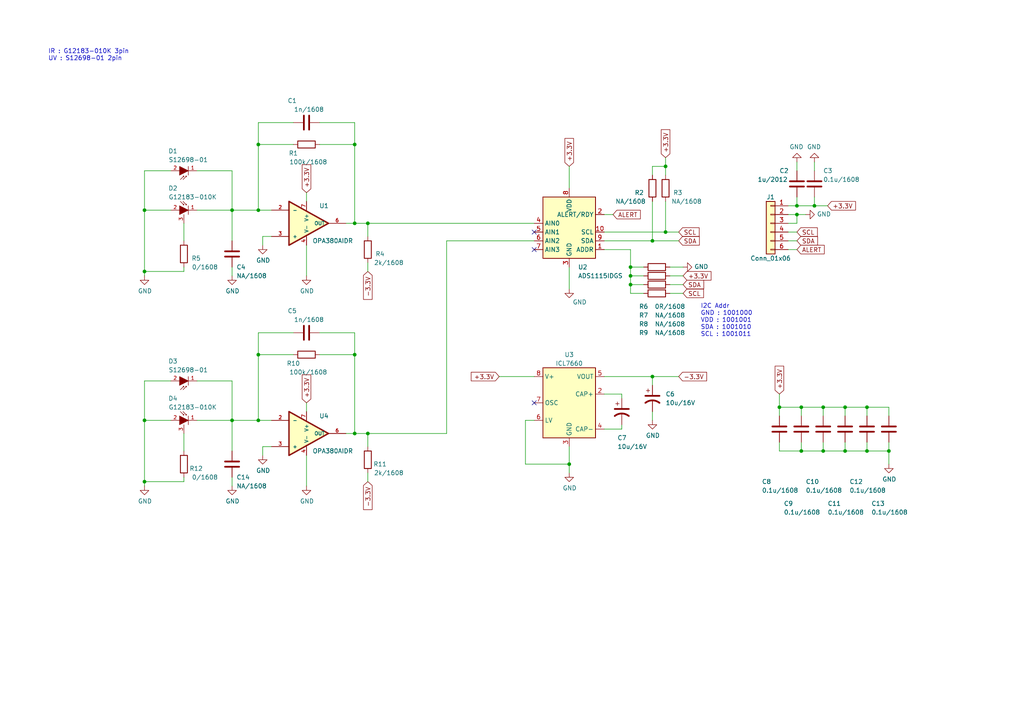
<source format=kicad_sch>
(kicad_sch (version 20230121) (generator eeschema)
  (paper "A4")
  (lib_symbols
    (symbol "Analog_ADC:ADS1115IDGS"
      (property "Reference" "U" (at 2.54 13.97 0))
      (property "Value" "ADS1115IDGS" (at 7.62 11.43 0))
      (symbol "ADS1115IDGS_0_1"
        (rectangle (start -7.62 10.16) (end 7.62 -7.62) (stroke (width 0.254)) (fill (type background)))
      )
      (symbol "ADS1115IDGS_1_1"
        (pin input line (at 10.16 -5.08 180) (length 2.54) (name "ADDR") (number "1"))
        (pin input line (at 10.16 0 180) (length 2.54) (name "SCL") (number "10"))
        (pin output line (at 10.16 5.08 180) (length 2.54) (name "ALERT/RDY") (number "2"))
        (pin power_in line (at 0 -10.16 90) (length 2.54) (name "GND") (number "3"))
        (pin input line (at -10.16 2.54 0) (length 2.54) (name "AIN0") (number "4"))
        (pin input line (at -10.16 0 0) (length 2.54) (name "AIN1") (number "5"))
        (pin input line (at -10.16 -2.54 0) (length 2.54) (name "AIN2") (number "6"))
        (pin input line (at -10.16 -5.08 0) (length 2.54) (name "AIN3") (number "7"))
        (pin power_in line (at 0 12.7 270) (length 2.54) (name "VDD") (number "8"))
        (pin bidirectional line (at 10.16 -2.54 180) (length 2.54) (name "SDA") (number "9"))
      )
    )
    (symbol "Device:C_Polarized_US" (pin_numbers hide) (pin_names (offset 0.254) hide)
      (property "Reference" "C" (at 0.635 2.54 0))
      (property "Value" "C_Polarized_US" (at 0.635 -2.54 0))
      (symbol "C_Polarized_US_0_1"
        (polyline (pts (xy -2.032 0.762) (xy 2.032 0.762)) (stroke (width 0.508)))
        (polyline (pts (xy -1.778 2.286) (xy -0.762 2.286)))
        (polyline (pts (xy -1.27 1.778) (xy -1.27 2.794)))
        (arc (start 2.032 -1.27) (mid 0 -0.5572) (end -2.032 -1.27) (stroke (width 0.508)))
      )
      (symbol "C_Polarized_US_1_1"
        (pin passive line (at 0 3.81 270) (length 2.794) (name "~") (number "1"))
        (pin passive line (at 0 -3.81 90) (length 3.302) (name "~") (number "2"))
      )
    )
    (symbol "G12183-010K_1" (pin_names hide)
      (property "Reference" "D2" (at -3.175 3.81 0))
      (property "Value" "G12183-010K" (at 2.54 1.27 0))
      (symbol "G12183-010K_1_0_1"
        (polyline (pts (xy 1.27 -1.27) (xy 1.27 -3.81)))
      )
      (symbol "G12183-010K_1_1_0"
        (pin input line (at 3.81 -2.54 180) (length 2.54) (name "A") (number "1"))
        (pin input line (at -3.81 -2.54 0) (length 2.54) (name "K") (number "2"))
        (pin input line (at 0 -6.35 90) (length 2.54) (name "GND") (number "3"))
      )
      (symbol "G12183-010K_1_1_1"
        (polyline (pts (xy -1.27 -1.27) (xy -1.27 -3.81) (xy 1.27 -2.54) (xy -1.27 -1.27)) (fill (type outline)))
        (polyline (pts (xy -1.016 0) (xy 0 -1.016) (xy -0.254 -1.016) (xy 0 -1.016) (xy 0 -0.762)))
        (polyline (pts (xy -0.254 0) (xy 0.762 -1.016) (xy 0.508 -1.016) (xy 0.762 -1.016) (xy 0.762 -0.762)))
      )
    )
    (symbol "OPA380AIDR:OPA380AIDR" (pin_names (offset 1.016))
      (property "Reference" "U6" (at 0 3.81 0))
      (property "Value" "OPA380AIDR" (at 3.81 -7.62 0))
      (symbol "OPA380AIDR_0_0"
        (pin output line (at 6.35 -1.27 180) (length 5.08) (name "OUT") (number "6"))
      )
      (symbol "OPA380AIDR_1_0"
        (pin input line (at -15.24 2.54 0) (length 5.08) (name "-") (number "2"))
        (pin input line (at -15.24 -5.08 0) (length 5.08) (name "+") (number "3"))
        (pin power_in line (at -5.08 -7.62 90) (length 2.54) (name "V-") (number "4"))
        (pin power_in line (at -5.08 5.08 270) (length 2.54) (name "V+") (number "7"))
      )
      (symbol "OPA380AIDR_1_1"
        (polyline (pts (xy -10.16 5.08) (xy -10.16 -7.62) (xy 1.27 -1.27) (xy -10.16 5.08)) (stroke (width 0.41)) (fill (type background)))
      )
    )
    (symbol "PD:G12183-010K" (pin_names hide)
      (property "Reference" "D4" (at -3.175 3.81 0))
      (property "Value" "G12183-010K" (at 2.54 1.27 0))
      (symbol "G12183-010K_0_1"
        (polyline (pts (xy 1.27 -1.27) (xy 1.27 -3.81)))
      )
      (symbol "G12183-010K_1_0"
        (pin input line (at 3.81 -2.54 180) (length 2.54) (name "A") (number "1"))
        (pin input line (at -3.81 -2.54 0) (length 2.54) (name "K") (number "2"))
        (pin input line (at 0 -6.35 90) (length 2.54) (name "GND") (number "3"))
      )
      (symbol "G12183-010K_1_1"
        (polyline (pts (xy -1.27 -1.27) (xy -1.27 -3.81) (xy 1.27 -2.54) (xy -1.27 -1.27)) (fill (type outline)))
        (polyline (pts (xy -1.016 0) (xy 0 -1.016) (xy -0.254 -1.016) (xy 0 -1.016) (xy 0 -0.762)))
        (polyline (pts (xy -0.254 0) (xy 0.762 -1.016) (xy 0.508 -1.016) (xy 0.762 -1.016) (xy 0.762 -0.762)))
      )
    )
    (symbol "PD:S12698-01" (pin_names hide)
      (property "Reference" "D3" (at -3.175 -8.255 0))
      (property "Value" "S12698-01" (at 1.27 -5.715 0))
      (symbol "S12698-01_0_1"
        (polyline (pts (xy 1.27 -1.27) (xy 1.27 -3.81)))
      )
      (symbol "S12698-01_1_0"
        (pin input line (at 3.81 -2.54 180) (length 2.54) (name "A") (number "1"))
        (pin input line (at -3.81 -2.54 0) (length 2.54) (name "K") (number "2"))
      )
      (symbol "S12698-01_1_1"
        (polyline (pts (xy -1.27 -1.27) (xy -1.27 -3.81) (xy 1.27 -2.54) (xy -1.27 -1.27)) (fill (type outline)))
        (polyline (pts (xy -1.016 0) (xy 0 -1.016) (xy -0.254 -1.016) (xy 0 -1.016) (xy 0 -0.762)))
        (polyline (pts (xy -0.254 0) (xy 0.762 -1.016) (xy 0.508 -1.016) (xy 0.762 -1.016) (xy 0.762 -0.762)))
      )
    )
    (symbol "Regulator_SwitchedCapacitor:ICL7660"
      (property "Reference" "U" (at -6.35 11.43 0))
      (property "Value" "ICL7660" (at 3.81 11.43 0))
      (symbol "ICL7660_0_1"
        (rectangle (start -7.62 10.16) (end 7.62 -10.16) (stroke (width 0.254)) (fill (type background)))
      )
      (symbol "ICL7660_1_1"
        (pin no_connect line (at -7.62 5.08 0) (length 2.54) hide (name "NC") (number "1"))
        (pin input line (at 10.16 2.54 180) (length 2.54) (name "CAP+") (number "2"))
        (pin power_in line (at 0 -12.7 90) (length 2.54) (name "GND") (number "3"))
        (pin input line (at 10.16 -7.62 180) (length 2.54) (name "CAP-") (number "4"))
        (pin power_out line (at 10.16 7.62 180) (length 2.54) (name "VOUT") (number "5"))
        (pin input line (at -10.16 -5.08 0) (length 2.54) (name "LV") (number "6"))
        (pin input line (at -10.16 0 0) (length 2.54) (name "OSC") (number "7"))
        (pin power_in line (at -10.16 7.62 0) (length 2.54) (name "V+") (number "8"))
      )
    )
    (symbol "S12698-01_1" (pin_names hide)
      (property "Reference" "D1" (at -3.175 -8.255 0))
      (property "Value" "S12698-01" (at 1.27 -5.715 0))
      (symbol "S12698-01_1_0_1"
        (polyline (pts (xy 1.27 -1.27) (xy 1.27 -3.81)))
      )
      (symbol "S12698-01_1_1_0"
        (pin input line (at 3.81 -2.54 180) (length 2.54) (name "A") (number "1"))
        (pin input line (at -3.81 -2.54 0) (length 2.54) (name "K") (number "2"))
      )
      (symbol "S12698-01_1_1_1"
        (polyline (pts (xy -1.27 -1.27) (xy -1.27 -3.81) (xy 1.27 -2.54) (xy -1.27 -1.27)) (fill (type outline)))
        (polyline (pts (xy -1.016 0) (xy 0 -1.016) (xy -0.254 -1.016) (xy 0 -1.016) (xy 0 -0.762)))
        (polyline (pts (xy -0.254 0) (xy 0.762 -1.016) (xy 0.508 -1.016) (xy 0.762 -1.016) (xy 0.762 -0.762)))
      )
    )
    (symbol "conn:Conn_01x06" (pin_names (offset 1.016) hide)
      (property "Reference" "J" (at 0 7.62 0))
      (property "Value" "conn_Conn_01x06" (at 0 -10.16 0))
      (symbol "Conn_01x06_1_1"
        (rectangle (start -1.27 -7.493) (end 0 -7.747) (stroke (width 0.1524)))
        (rectangle (start -1.27 -4.953) (end 0 -5.207) (stroke (width 0.1524)))
        (rectangle (start -1.27 -2.413) (end 0 -2.667) (stroke (width 0.1524)))
        (rectangle (start -1.27 0.127) (end 0 -0.127) (stroke (width 0.1524)))
        (rectangle (start -1.27 2.667) (end 0 2.413) (stroke (width 0.1524)))
        (rectangle (start -1.27 5.207) (end 0 4.953) (stroke (width 0.1524)))
        (rectangle (start -1.27 6.35) (end 1.27 -8.89) (stroke (width 0.254)) (fill (type background)))
        (pin passive line (at -5.08 5.08 0) (length 3.81) (name "Pin_1") (number "1"))
        (pin passive line (at -5.08 2.54 0) (length 3.81) (name "Pin_2") (number "2"))
        (pin passive line (at -5.08 0 0) (length 3.81) (name "Pin_3") (number "3"))
        (pin passive line (at -5.08 -2.54 0) (length 3.81) (name "Pin_4") (number "4"))
        (pin passive line (at -5.08 -5.08 0) (length 3.81) (name "Pin_5") (number "5"))
        (pin passive line (at -5.08 -7.62 0) (length 3.81) (name "Pin_6") (number "6"))
      )
    )
    (symbol "device:C" (pin_numbers hide) (pin_names (offset 0.254))
      (property "Reference" "C" (at 0.635 2.54 0))
      (property "Value" "device_C" (at 0.635 -2.54 0))
      (symbol "C_0_1"
        (polyline (pts (xy -2.032 -0.762) (xy 2.032 -0.762)) (stroke (width 0.508)))
        (polyline (pts (xy -2.032 0.762) (xy 2.032 0.762)) (stroke (width 0.508)))
      )
      (symbol "C_1_1"
        (pin passive line (at 0 3.81 270) (length 2.794) (name "~") (number "1"))
        (pin passive line (at 0 -3.81 90) (length 2.794) (name "~") (number "2"))
      )
    )
    (symbol "device:R" (pin_numbers hide) (pin_names (offset 0))
      (property "Reference" "R" (at 2.032 0 90))
      (property "Value" "device_R" (at 0 0 90))
      (symbol "R_0_1"
        (rectangle (start -1.016 -2.54) (end 1.016 2.54) (stroke (width 0.254)))
      )
      (symbol "R_1_1"
        (pin passive line (at 0 3.81 270) (length 1.27) (name "~") (number "1"))
        (pin passive line (at 0 -3.81 90) (length 1.27) (name "~") (number "2"))
      )
    )
    (symbol "power:GND" (power) (pin_names (offset 0))
      (property "Value" "GND" (at 0 -3.81 0))
      (symbol "GND_0_1"
        (polyline (pts (xy 0 0) (xy 0 -1.27) (xy 1.27 -1.27) (xy 0 -2.54) (xy -1.27 -1.27) (xy 0 -1.27)))
      )
      (symbol "GND_1_1"
        (pin power_in line (at 0 0 270) (length 0) hide (name "GND") (number "1"))
      )
    )
  )
  (junction (at 102.87 125.73))
  (junction (at 74.93 41.91))
  (junction (at 245.11 130.81))
  (junction (at 102.87 64.77))
  (junction (at 193.04 48.26))
  (junction (at 106.68 125.73))
  (junction (at 231.14 59.69))
  (junction (at 102.87 102.87))
  (junction (at 232.41 130.81))
  (junction (at 236.22 59.69))
  (junction (at 41.91 139.7))
  (junction (at 41.91 60.96))
  (junction (at 189.23 109.22))
  (junction (at 74.93 102.87))
  (junction (at 193.04 67.31))
  (junction (at 106.68 64.77))
  (junction (at 67.31 60.96))
  (junction (at 102.87 41.91))
  (junction (at 182.88 82.55))
  (junction (at 41.91 78.74))
  (junction (at 226.06 118.11))
  (junction (at 189.23 69.85))
  (junction (at 251.46 118.11))
  (junction (at 182.88 77.47))
  (junction (at 67.31 121.92))
  (junction (at 182.88 80.01))
  (junction (at 74.93 121.92))
  (junction (at 238.76 130.81))
  (junction (at 245.11 118.11))
  (junction (at 165.1 134.62))
  (junction (at 41.91 121.92))
  (junction (at 251.46 130.81))
  (junction (at 238.76 118.11))
  (junction (at 232.41 118.11))
  (junction (at 257.81 130.81))
  (junction (at 231.14 62.23))
  (junction (at 74.93 60.96))
  (no_connect (at 154.94 116.84))
  (no_connect (at 154.94 67.31))
  (no_connect (at 154.94 72.39))
  (wire (pts (xy 236.22 59.69) (xy 240.03 59.69)))
  (wire (pts (xy 53.34 139.7) (xy 53.34 138.43)))
  (wire (pts (xy 177.8 62.23) (xy 175.26 62.23)))
  (wire (pts (xy 165.1 48.26) (xy 165.1 54.61)))
  (wire (pts (xy 41.91 110.49) (xy 41.91 121.92)))
  (wire (pts (xy 41.91 139.7) (xy 41.91 140.97)))
  (wire (pts (xy 41.91 78.74) (xy 41.91 80.01)))
  (wire (pts (xy 180.34 124.46) (xy 180.34 123.19)))
  (wire (pts (xy 57.15 110.49) (xy 67.31 110.49)))
  (wire (pts (xy 106.68 68.58) (xy 106.68 64.77)))
  (wire (pts (xy 226.06 130.81) (xy 226.06 128.27)))
  (wire (pts (xy 245.11 130.81) (xy 238.76 130.81)))
  (wire (pts (xy 102.87 125.73) (xy 100.33 125.73)))
  (wire (pts (xy 102.87 64.77) (xy 100.33 64.77)))
  (wire (pts (xy 189.23 48.26) (xy 193.04 48.26)))
  (wire (pts (xy 41.91 121.92) (xy 49.53 121.92)))
  (wire (pts (xy 41.91 78.74) (xy 53.34 78.74)))
  (wire (pts (xy 53.34 78.74) (xy 53.34 77.47)))
  (wire (pts (xy 102.87 35.56) (xy 102.87 41.91)))
  (wire (pts (xy 106.68 64.77) (xy 102.87 64.77)))
  (wire (pts (xy 67.31 77.47) (xy 67.31 80.01)))
  (wire (pts (xy 186.69 82.55) (xy 182.88 82.55)))
  (wire (pts (xy 175.26 67.31) (xy 193.04 67.31)))
  (wire (pts (xy 57.15 121.92) (xy 67.31 121.92)))
  (wire (pts (xy 193.04 45.72) (xy 193.04 48.26)))
  (wire (pts (xy 74.93 35.56) (xy 74.93 41.91)))
  (wire (pts (xy 182.88 77.47) (xy 186.69 77.47)))
  (wire (pts (xy 257.81 134.62) (xy 257.81 130.81)))
  (wire (pts (xy 175.26 72.39) (xy 182.88 72.39)))
  (wire (pts (xy 85.09 35.56) (xy 74.93 35.56)))
  (wire (pts (xy 67.31 60.96) (xy 74.93 60.96)))
  (wire (pts (xy 102.87 102.87) (xy 102.87 125.73)))
  (wire (pts (xy 49.53 49.53) (xy 41.91 49.53)))
  (wire (pts (xy 228.6 59.69) (xy 231.14 59.69)))
  (wire (pts (xy 67.31 69.85) (xy 67.31 60.96)))
  (wire (pts (xy 53.34 125.73) (xy 53.34 130.81)))
  (wire (pts (xy 106.68 76.2) (xy 106.68 78.74)))
  (wire (pts (xy 245.11 118.11) (xy 245.11 120.65)))
  (wire (pts (xy 189.23 111.76) (xy 189.23 109.22)))
  (wire (pts (xy 226.06 118.11) (xy 226.06 120.65)))
  (wire (pts (xy 231.14 72.39) (xy 228.6 72.39)))
  (wire (pts (xy 238.76 118.11) (xy 245.11 118.11)))
  (wire (pts (xy 226.06 114.3) (xy 226.06 118.11)))
  (wire (pts (xy 257.81 130.81) (xy 251.46 130.81)))
  (wire (pts (xy 186.69 80.01) (xy 182.88 80.01)))
  (wire (pts (xy 186.69 85.09) (xy 182.88 85.09)))
  (wire (pts (xy 85.09 41.91) (xy 74.93 41.91)))
  (wire (pts (xy 67.31 130.81) (xy 67.31 121.92)))
  (wire (pts (xy 175.26 124.46) (xy 180.34 124.46)))
  (wire (pts (xy 152.4 121.92) (xy 152.4 134.62)))
  (wire (pts (xy 92.71 102.87) (xy 102.87 102.87)))
  (wire (pts (xy 182.88 80.01) (xy 182.88 77.47)))
  (wire (pts (xy 78.74 129.54) (xy 76.2 129.54)))
  (wire (pts (xy 165.1 134.62) (xy 152.4 134.62)))
  (wire (pts (xy 165.1 134.62) (xy 165.1 137.16)))
  (wire (pts (xy 251.46 130.81) (xy 245.11 130.81)))
  (wire (pts (xy 238.76 118.11) (xy 238.76 120.65)))
  (wire (pts (xy 88.9 55.88) (xy 88.9 58.42)))
  (wire (pts (xy 74.93 41.91) (xy 74.93 60.96)))
  (wire (pts (xy 182.88 85.09) (xy 182.88 82.55)))
  (wire (pts (xy 228.6 62.23) (xy 231.14 62.23)))
  (wire (pts (xy 194.31 82.55) (xy 198.12 82.55)))
  (wire (pts (xy 228.6 69.85) (xy 231.14 69.85)))
  (wire (pts (xy 74.93 121.92) (xy 78.74 121.92)))
  (wire (pts (xy 189.23 119.38) (xy 189.23 121.92)))
  (wire (pts (xy 129.54 125.73) (xy 106.68 125.73)))
  (wire (pts (xy 189.23 50.8) (xy 189.23 48.26)))
  (wire (pts (xy 189.23 58.42) (xy 189.23 69.85)))
  (wire (pts (xy 165.1 77.47) (xy 165.1 83.82)))
  (wire (pts (xy 232.41 128.27) (xy 232.41 130.81)))
  (wire (pts (xy 251.46 128.27) (xy 251.46 130.81)))
  (wire (pts (xy 232.41 118.11) (xy 238.76 118.11)))
  (wire (pts (xy 231.14 46.99) (xy 231.14 49.53)))
  (wire (pts (xy 257.81 128.27) (xy 257.81 130.81)))
  (wire (pts (xy 251.46 118.11) (xy 251.46 120.65)))
  (wire (pts (xy 180.34 115.57) (xy 180.34 114.3)))
  (wire (pts (xy 57.15 49.53) (xy 67.31 49.53)))
  (wire (pts (xy 228.6 64.77) (xy 231.14 64.77)))
  (wire (pts (xy 154.94 64.77) (xy 106.68 64.77)))
  (wire (pts (xy 175.26 69.85) (xy 189.23 69.85)))
  (wire (pts (xy 92.71 35.56) (xy 102.87 35.56)))
  (wire (pts (xy 41.91 60.96) (xy 49.53 60.96)))
  (wire (pts (xy 85.09 102.87) (xy 74.93 102.87)))
  (wire (pts (xy 236.22 46.99) (xy 236.22 49.53)))
  (wire (pts (xy 251.46 118.11) (xy 257.81 118.11)))
  (wire (pts (xy 67.31 110.49) (xy 67.31 121.92)))
  (wire (pts (xy 193.04 48.26) (xy 193.04 50.8)))
  (wire (pts (xy 41.91 60.96) (xy 41.91 78.74)))
  (wire (pts (xy 106.68 129.54) (xy 106.68 125.73)))
  (wire (pts (xy 231.14 57.15) (xy 231.14 59.69)))
  (wire (pts (xy 102.87 41.91) (xy 102.87 64.77)))
  (wire (pts (xy 238.76 130.81) (xy 232.41 130.81)))
  (wire (pts (xy 154.94 121.92) (xy 152.4 121.92)))
  (wire (pts (xy 88.9 71.12) (xy 88.9 80.01)))
  (wire (pts (xy 129.54 125.73) (xy 129.54 69.85)))
  (wire (pts (xy 102.87 96.52) (xy 102.87 102.87)))
  (wire (pts (xy 175.26 109.22) (xy 189.23 109.22)))
  (wire (pts (xy 231.14 64.77) (xy 231.14 62.23)))
  (wire (pts (xy 92.71 96.52) (xy 102.87 96.52)))
  (wire (pts (xy 245.11 128.27) (xy 245.11 130.81)))
  (wire (pts (xy 41.91 139.7) (xy 53.34 139.7)))
  (wire (pts (xy 231.14 59.69) (xy 236.22 59.69)))
  (wire (pts (xy 41.91 121.92) (xy 41.91 139.7)))
  (wire (pts (xy 182.88 72.39) (xy 182.88 77.47)))
  (wire (pts (xy 85.09 96.52) (xy 74.93 96.52)))
  (wire (pts (xy 189.23 69.85) (xy 196.85 69.85)))
  (wire (pts (xy 67.31 49.53) (xy 67.31 60.96)))
  (wire (pts (xy 245.11 118.11) (xy 251.46 118.11)))
  (wire (pts (xy 194.31 80.01) (xy 198.12 80.01)))
  (wire (pts (xy 232.41 130.81) (xy 226.06 130.81)))
  (wire (pts (xy 165.1 129.54) (xy 165.1 134.62)))
  (wire (pts (xy 194.31 77.47) (xy 198.12 77.47)))
  (wire (pts (xy 238.76 128.27) (xy 238.76 130.81)))
  (wire (pts (xy 67.31 138.43) (xy 67.31 140.97)))
  (wire (pts (xy 144.78 109.22) (xy 154.94 109.22)))
  (wire (pts (xy 53.34 64.77) (xy 53.34 69.85)))
  (wire (pts (xy 233.68 62.23) (xy 231.14 62.23)))
  (wire (pts (xy 57.15 60.96) (xy 67.31 60.96)))
  (wire (pts (xy 257.81 118.11) (xy 257.81 120.65)))
  (wire (pts (xy 92.71 41.91) (xy 102.87 41.91)))
  (wire (pts (xy 106.68 137.16) (xy 106.68 139.7)))
  (wire (pts (xy 106.68 125.73) (xy 102.87 125.73)))
  (wire (pts (xy 41.91 49.53) (xy 41.91 60.96)))
  (wire (pts (xy 182.88 82.55) (xy 182.88 80.01)))
  (wire (pts (xy 236.22 57.15) (xy 236.22 59.69)))
  (wire (pts (xy 226.06 118.11) (xy 232.41 118.11)))
  (wire (pts (xy 74.93 60.96) (xy 78.74 60.96)))
  (wire (pts (xy 232.41 118.11) (xy 232.41 120.65)))
  (wire (pts (xy 67.31 121.92) (xy 74.93 121.92)))
  (wire (pts (xy 88.9 132.08) (xy 88.9 140.97)))
  (wire (pts (xy 196.85 109.22) (xy 189.23 109.22)))
  (wire (pts (xy 76.2 68.58) (xy 76.2 71.12)))
  (wire (pts (xy 76.2 129.54) (xy 76.2 132.08)))
  (wire (pts (xy 74.93 96.52) (xy 74.93 102.87)))
  (wire (pts (xy 193.04 67.31) (xy 196.85 67.31)))
  (wire (pts (xy 194.31 85.09) (xy 198.12 85.09)))
  (wire (pts (xy 129.54 69.85) (xy 154.94 69.85)))
  (wire (pts (xy 74.93 102.87) (xy 74.93 121.92)))
  (wire (pts (xy 180.34 114.3) (xy 175.26 114.3)))
  (wire (pts (xy 88.9 116.84) (xy 88.9 119.38)))
  (wire (pts (xy 193.04 58.42) (xy 193.04 67.31)))
  (wire (pts (xy 231.14 67.31) (xy 228.6 67.31)))
  (wire (pts (xy 78.74 68.58) (xy 76.2 68.58)))
  (wire (pts (xy 49.53 110.49) (xy 41.91 110.49)))
  (text "IR : G12183-010K 3pin\nUV : S12698-01 2pin" (at 13.97 17.78 0) (effects (font (size 1.27 1.27)) (justify left bottom)))
  (text "I2C Addr\nGND : 1001000\nVDD : 1001001\nSDA : 1001010\nSCL : 1001011" (at 203.2 97.79 0) (effects (font (size 1.27 1.27)) (justify left bottom)))
  (global_label "-3.3V" (shape input) (at 106.68 78.74 270) (property "Intersheetrefs" "${INTERSHEET_REFS}" (effects hide)))
  (global_label "ALERT" (shape input) (at 231.14 72.39 0) (property "Intersheetrefs" "${INTERSHEET_REFS}" (effects hide)))
  (global_label "SDA" (shape input) (at 198.12 82.55 0) (property "Intersheetrefs" "${INTERSHEET_REFS}" (effects hide)))
  (global_label "ALERT" (shape input) (at 177.8 62.23 0) (property "Intersheetrefs" "${INTERSHEET_REFS}" (effects hide)))
  (global_label "+3.3V" (shape input) (at 144.78 109.22 180) (property "Intersheetrefs" "${INTERSHEET_REFS}" (effects hide)))
  (global_label "SCL" (shape input) (at 231.14 67.31 0) (property "Intersheetrefs" "${INTERSHEET_REFS}" (effects hide)))
  (global_label "+3.3V" (shape input) (at 88.9 116.84 90) (property "Intersheetrefs" "${INTERSHEET_REFS}" (effects hide)))
  (global_label "+3.3V" (shape input) (at 165.1 48.26 90) (property "Intersheetrefs" "${INTERSHEET_REFS}" (effects hide)))
  (global_label "SCL" (shape input) (at 196.85 67.31 0) (property "Intersheetrefs" "${INTERSHEET_REFS}" (effects hide)))
  (global_label "+3.3V" (shape input) (at 226.06 114.3 90) (property "Intersheetrefs" "${INTERSHEET_REFS}" (effects hide)))
  (global_label "-3.3V" (shape input) (at 106.68 139.7 270) (property "Intersheetrefs" "${INTERSHEET_REFS}" (effects hide)))
  (global_label "-3.3V" (shape input) (at 196.85 109.22 0) (property "Intersheetrefs" "${INTERSHEET_REFS}" (effects hide)))
  (global_label "+3.3V" (shape input) (at 198.12 80.01 0) (property "Intersheetrefs" "${INTERSHEET_REFS}" (effects hide)))
  (global_label "SDA" (shape input) (at 231.14 69.85 0) (property "Intersheetrefs" "${INTERSHEET_REFS}" (effects hide)))
  (global_label "+3.3V" (shape input) (at 193.04 45.72 90) (property "Intersheetrefs" "${INTERSHEET_REFS}" (effects hide)))
  (global_label "+3.3V" (shape input) (at 240.03 59.69 0) (property "Intersheetrefs" "${INTERSHEET_REFS}" (effects hide)))
  (global_label "+3.3V" (shape input) (at 88.9 55.88 90) (property "Intersheetrefs" "${INTERSHEET_REFS}" (effects hide)))
  (global_label "SCL" (shape input) (at 198.12 85.09 0) (property "Intersheetrefs" "${INTERSHEET_REFS}" (effects hide)))
  (global_label "SDA" (shape input) (at 196.85 69.85 0) (property "Intersheetrefs" "${INTERSHEET_REFS}" (effects hide)))
  (symbol (lib_id "power:GND") (at 233.68 62.23 90) (unit 1)
    (property "Reference" "#PWR03" (effects hide))
    (property "Value" "GND" (at 236.9312 62.103 90) (effects (justify right)))
  )
  (symbol (lib_id "device:C") (at 231.14 53.34 0) (unit 1)
    (property "Reference" "C2" (at 226.06 49.53 0) (effects (justify left)))
    (property "Value" "1u/2012" (at 219.71 52.07 0) (effects (justify left)))
    (property "Footprint" "Capacitor_SMD:C_0603_1608Metric" (effects hide))
  )
  (symbol (lib_id "device:C") (at 236.22 53.34 0) (unit 1)
    (property "Reference" "C3" (at 238.76 49.53 0) (effects (justify left)))
    (property "Value" "0.1u/1608" (at 238.76 52.07 0) (effects (justify left)))
    (property "Footprint" "Capacitor_SMD:C_0603_1608Metric" (effects hide))
  )
  (symbol (lib_id "power:GND") (at 231.14 46.99 180) (unit 1)
    (property "Reference" "#PWR01" (effects hide))
    (property "Value" "GND" (at 231.013 42.5958 0))
  )
  (symbol (lib_id "power:GND") (at 236.22 46.99 180) (unit 1)
    (property "Reference" "#PWR02" (effects hide))
    (property "Value" "GND" (at 236.093 42.5958 0))
  )
  (symbol (lib_id "conn:Conn_01x06") (at 223.52 64.77 0) (mirror y) (unit 1)
    (property "Reference" "J1" (at 223.52 57.15 0))
    (property "Value" "Conn_01x06" (at 223.52 74.93 0))
    (property "Footprint" "Wiki:5268-06A" (effects hide))
  )
  (symbol (lib_id "power:GND") (at 76.2 132.08 0) (unit 1)
    (property "Reference" "#PWR011" (effects hide))
    (property "Value" "GND" (at 76.327 136.4742 0))
  )
  (symbol (lib_id "device:C") (at 251.46 124.46 0) (unit 1)
    (property "Reference" "C12" (at 246.38 139.7 0) (effects (justify left)))
    (property "Value" "0.1u/1608" (at 246.38 142.24 0) (effects (justify left)))
    (property "Footprint" "Capacitor_SMD:C_0603_1608Metric" (effects hide))
  )
  (symbol (lib_id "device:R") (at 190.5 82.55 90) (unit 1)
    (property "Reference" "R8" (at 186.69 93.98 90))
    (property "Value" "NA/1608" (at 194.31 93.98 90))
    (property "Footprint" "Resistor_SMD:R_0603_1608Metric" (effects hide))
  )
  (symbol (lib_name "S12698-01_1") (lib_id "PD:S12698-01") (at 53.34 52.07 0) (mirror x) (unit 1)
    (property "Reference" "D1" (at 50.165 43.815 0))
    (property "Value" "S12698-01" (at 54.61 46.355 0))
  )
  (symbol (lib_id "power:GND") (at 41.91 80.01 0) (unit 1)
    (property "Reference" "#PWR06" (effects hide))
    (property "Value" "GND" (at 42.037 84.4042 0))
  )
  (symbol (lib_id "power:GND") (at 189.23 121.92 0) (unit 1)
    (property "Reference" "#PWR010" (effects hide))
    (property "Value" "GND" (at 189.357 126.3142 0))
  )
  (symbol (lib_id "device:R") (at 190.5 80.01 90) (unit 1)
    (property "Reference" "R7" (at 186.69 91.44 90))
    (property "Value" "NA/1608" (at 194.31 91.44 90))
    (property "Footprint" "Resistor_SMD:R_0603_1608Metric" (effects hide))
  )
  (symbol (lib_id "power:GND") (at 88.9 140.97 0) (unit 1)
    (property "Reference" "#PWR016" (effects hide))
    (property "Value" "GND" (at 89.027 145.3642 0))
  )
  (symbol (lib_id "device:C") (at 67.31 73.66 0) (unit 1)
    (property "Reference" "C4" (at 68.58 77.47 0) (effects (justify left)))
    (property "Value" "NA/1608" (at 68.58 80.01 0) (effects (justify left)))
    (property "Footprint" "Capacitor_SMD:C_0603_1608Metric" (effects hide))
  )
  (symbol (lib_id "Regulator_SwitchedCapacitor:ICL7660") (at 165.1 116.84 0) (unit 1)
    (property "Reference" "U3" (at 165.1 102.87 0))
    (property "Value" "ICL7660" (at 165.1 105.41 0))
    (property "Footprint" "ICL7660SCBA:SOIC127P600X175-8N" (effects hide))
    (property "Datasheet" "http://datasheets.maximintegrated.com/en/ds/ICL7660-MAX1044.pdf" (effects hide))
  )
  (symbol (lib_id "Device:C_Polarized_US") (at 189.23 115.57 0) (unit 1)
    (property "Reference" "C6" (at 193.04 114.3 0) (effects (justify left)))
    (property "Value" "10u/16V" (at 193.04 116.84 0) (effects (justify left)))
    (property "Footprint" "Capacitor_Tantalum_SMD:CP_EIA-3528-12_Kemet-T_Pad1.50x2.35mm_HandSolder" (effects hide))
  )
  (symbol (lib_id "device:C") (at 232.41 124.46 0) (unit 1)
    (property "Reference" "C9" (at 227.33 146.05 0) (effects (justify left)))
    (property "Value" "0.1u/1608" (at 227.33 148.59 0) (effects (justify left)))
    (property "Footprint" "Capacitor_SMD:C_0603_1608Metric" (effects hide))
  )
  (symbol (lib_id "power:GND") (at 88.9 80.01 0) (unit 1)
    (property "Reference" "#PWR08" (effects hide))
    (property "Value" "GND" (at 89.027 84.4042 0))
  )
  (symbol (lib_id "PD:S12698-01") (at 53.34 113.03 0) (mirror x) (unit 1)
    (property "Reference" "D3" (at 50.165 104.775 0))
    (property "Value" "S12698-01" (at 54.61 107.315 0))
  )
  (symbol (lib_id "power:GND") (at 76.2 71.12 0) (unit 1)
    (property "Reference" "#PWR04" (effects hide))
    (property "Value" "GND" (at 76.327 75.5142 0))
  )
  (symbol (lib_id "OPA380AIDR:OPA380AIDR") (at 93.98 124.46 0) (unit 1)
    (property "Reference" "U4" (at 93.98 120.65 0))
    (property "Value" "OPA380AIDR" (at 96.52 130.81 0))
    (property "Footprint" "OPA380AIDR:SOIC127P599X175-8N" (effects hide))
    (property "MF" "Texas Instruments" (effects hide))
    (property "Description" "\nSingle, High-Speed Precision Transimpedance Amplifier\n" (effects hide))
    (property "Package" "SOIC-8 Texas Instruments" (effects hide))
    (property "Price" "None" (effects hide))
    (property "SnapEDA_Link" "https://www.snapeda.com/parts/OPA380AIDR/Texas+Instruments/view-part/?ref=snap" (effects hide))
    (property "MP" "OPA380AIDR" (effects hide))
    (property "Purchase-URL" "https://www.snapeda.com/api/url_track_click_mouser/?unipart_id=925018&manufacturer=Texas Instruments&part_name=OPA380AIDR&search_term=opa380a" (effects hide))
    (property "Availability" "In Stock" (effects hide))
    (property "Check_prices" "https://www.snapeda.com/parts/OPA380AIDR/Texas+Instruments/view-part/?ref=eda" (effects hide))
  )
  (symbol (lib_id "device:C") (at 67.31 134.62 0) (unit 1)
    (property "Reference" "C14" (at 68.58 138.43 0) (effects (justify left)))
    (property "Value" "NA/1608" (at 68.58 140.97 0) (effects (justify left)))
    (property "Footprint" "Capacitor_SMD:C_0603_1608Metric" (effects hide))
  )
  (symbol (lib_id "device:C") (at 88.9 35.56 90) (unit 1)
    (property "Reference" "C1" (at 86.106 29.21 90) (effects (justify left)))
    (property "Value" "1n/1608" (at 93.98 31.75 90) (effects (justify left)))
    (property "Footprint" "Capacitor_SMD:C_0603_1608Metric" (effects hide))
  )
  (symbol (lib_id "Device:C_Polarized_US") (at 180.34 119.38 0) (unit 1)
    (property "Reference" "C7" (at 179.07 127 0) (effects (justify left)))
    (property "Value" "10u/16V" (at 179.07 129.54 0) (effects (justify left)))
    (property "Footprint" "Capacitor_Tantalum_SMD:CP_EIA-3528-12_Kemet-T_Pad1.50x2.35mm_HandSolder" (effects hide))
  )
  (symbol (lib_id "device:R") (at 190.5 77.47 90) (unit 1)
    (property "Reference" "R6" (at 186.69 88.9 90))
    (property "Value" "0R/1608" (at 194.31 88.9 90))
    (property "Footprint" "Resistor_SMD:R_0603_1608Metric" (effects hide))
  )
  (symbol (lib_id "device:C") (at 257.81 124.46 0) (unit 1)
    (property "Reference" "C13" (at 252.73 146.05 0) (effects (justify left)))
    (property "Value" "0.1u/1608" (at 252.73 148.59 0) (effects (justify left)))
    (property "Footprint" "Capacitor_SMD:C_0603_1608Metric" (effects hide))
  )
  (symbol (lib_id "device:R") (at 189.23 54.61 0) (unit 1)
    (property "Reference" "R2" (at 185.42 55.88 0))
    (property "Value" "NA/1608" (at 182.88 58.42 0))
    (property "Footprint" "Resistor_SMD:R_0603_1608Metric" (effects hide))
  )
  (symbol (lib_id "device:R") (at 190.5 85.09 90) (unit 1)
    (property "Reference" "R9" (at 186.69 96.52 90))
    (property "Value" "NA/1608" (at 194.31 96.52 90))
    (property "Footprint" "Resistor_SMD:R_0603_1608Metric" (effects hide))
  )
  (symbol (lib_id "Analog_ADC:ADS1115IDGS") (at 165.1 67.31 0) (unit 1)
    (property "Reference" "U2" (at 167.64 77.47 0) (effects (justify left)))
    (property "Value" "ADS1115IDGS" (at 167.64 80.01 0) (effects (justify left)))
    (property "Footprint" "Package_SO:TSSOP-10_3x3mm_P0.5mm" (effects hide))
    (property "Datasheet" "http://www.ti.com/lit/ds/symlink/ads1113.pdf" (effects hide))
  )
  (symbol (lib_id "power:GND") (at 41.91 140.97 0) (unit 1)
    (property "Reference" "#PWR014" (effects hide))
    (property "Value" "GND" (at 42.037 145.3642 0))
  )
  (symbol (lib_id "device:R") (at 88.9 102.87 270) (unit 1)
    (property "Reference" "R10" (at 85.09 105.41 90))
    (property "Value" "100k/1608" (at 89.408 107.95 90))
    (property "Footprint" "Resistor_SMD:R_0603_1608Metric" (effects hide))
  )
  (symbol (lib_id "power:GND") (at 165.1 83.82 0) (unit 1)
    (property "Reference" "#PWR09" (effects hide))
    (property "Value" "GND" (at 170.18 87.63 0) (effects (justify right)))
  )
  (symbol (lib_id "device:C") (at 238.76 124.46 0) (unit 1)
    (property "Reference" "C10" (at 233.68 139.7 0) (effects (justify left)))
    (property "Value" "0.1u/1608" (at 233.68 142.24 0) (effects (justify left)))
    (property "Footprint" "Capacitor_SMD:C_0603_1608Metric" (effects hide))
  )
  (symbol (lib_id "device:C") (at 88.9 96.52 90) (unit 1)
    (property "Reference" "C5" (at 86.106 90.17 90) (effects (justify left)))
    (property "Value" "1n/1608" (at 93.98 92.71 90) (effects (justify left)))
    (property "Footprint" "Capacitor_SMD:C_0603_1608Metric" (effects hide))
  )
  (symbol (lib_id "device:R") (at 53.34 134.62 0) (unit 1)
    (property "Reference" "R12" (at 56.896 135.89 0))
    (property "Value" "0/1608" (at 59.436 138.43 0))
    (property "Footprint" "Resistor_SMD:R_0603_1608Metric" (effects hide))
  )
  (symbol (lib_id "power:GND") (at 67.31 80.01 0) (unit 1)
    (property "Reference" "#PWR07" (effects hide))
    (property "Value" "GND" (at 67.437 84.4042 0))
  )
  (symbol (lib_id "power:GND") (at 257.81 134.62 0) (unit 1)
    (property "Reference" "#PWR012" (effects hide))
    (property "Value" "GND" (at 257.937 139.0142 0))
  )
  (symbol (lib_id "device:R") (at 88.9 41.91 270) (unit 1)
    (property "Reference" "R1" (at 85.09 44.45 90))
    (property "Value" "100k/1608" (at 89.408 46.99 90))
    (property "Footprint" "Resistor_SMD:R_0603_1608Metric" (effects hide))
  )
  (symbol (lib_id "power:GND") (at 67.31 140.97 0) (unit 1)
    (property "Reference" "#PWR015" (effects hide))
    (property "Value" "GND" (at 67.437 145.3642 0))
  )
  (symbol (lib_id "power:GND") (at 165.1 137.16 0) (unit 1)
    (property "Reference" "#PWR013" (effects hide))
    (property "Value" "GND" (at 165.227 141.5542 0))
  )
  (symbol (lib_id "device:R") (at 106.68 133.35 0) (unit 1)
    (property "Reference" "R11" (at 110.236 134.62 0))
    (property "Value" "2k/1608" (at 112.776 137.16 0))
    (property "Footprint" "Resistor_SMD:R_0603_1608Metric" (effects hide))
  )
  (symbol (lib_id "OPA380AIDR:OPA380AIDR") (at 93.98 63.5 0) (unit 1)
    (property "Reference" "U1" (at 93.98 59.69 0))
    (property "Value" "OPA380AIDR" (at 96.52 69.85 0))
    (property "Footprint" "OPA380AIDR:SOIC127P599X175-8N" (effects hide))
    (property "MF" "Texas Instruments" (effects hide))
    (property "Description" "\nSingle, High-Speed Precision Transimpedance Amplifier\n" (effects hide))
    (property "Package" "SOIC-8 Texas Instruments" (effects hide))
    (property "Price" "None" (effects hide))
    (property "SnapEDA_Link" "https://www.snapeda.com/parts/OPA380AIDR/Texas+Instruments/view-part/?ref=snap" (effects hide))
    (property "MP" "OPA380AIDR" (effects hide))
    (property "Purchase-URL" "https://www.snapeda.com/api/url_track_click_mouser/?unipart_id=925018&manufacturer=Texas Instruments&part_name=OPA380AIDR&search_term=opa380a" (effects hide))
    (property "Availability" "In Stock" (effects hide))
    (property "Check_prices" "https://www.snapeda.com/parts/OPA380AIDR/Texas+Instruments/view-part/?ref=eda" (effects hide))
  )
  (symbol (lib_id "device:R") (at 106.68 72.39 0) (unit 1)
    (property "Reference" "R4" (at 110.236 73.66 0))
    (property "Value" "2k/1608" (at 112.776 76.2 0))
    (property "Footprint" "Resistor_SMD:R_0603_1608Metric" (effects hide))
  )
  (symbol (lib_name "G12183-010K_1") (lib_id "PD:G12183-010K") (at 53.34 58.42 0) (unit 1)
    (property "Reference" "D2" (at 50.165 54.61 0))
    (property "Value" "G12183-010K" (at 55.88 57.15 0))
  )
  (symbol (lib_id "power:GND") (at 198.12 77.47 90) (unit 1)
    (property "Reference" "#PWR05" (effects hide))
    (property "Value" "GND" (at 201.3712 77.343 90) (effects (justify right)))
  )
  (symbol (lib_id "PD:G12183-010K") (at 53.34 119.38 0) (unit 1)
    (property "Reference" "D4" (at 50.165 115.57 0))
    (property "Value" "G12183-010K" (at 55.88 118.11 0))
  )
  (symbol (lib_id "device:R") (at 53.34 73.66 0) (unit 1)
    (property "Reference" "R5" (at 56.896 74.93 0))
    (property "Value" "0/1608" (at 59.436 77.47 0))
    (property "Footprint" "Resistor_SMD:R_0603_1608Metric" (effects hide))
  )
  (symbol (lib_id "device:C") (at 245.11 124.46 0) (unit 1)
    (property "Reference" "C11" (at 240.03 146.05 0) (effects (justify left)))
    (property "Value" "0.1u/1608" (at 240.03 148.59 0) (effects (justify left)))
    (property "Footprint" "Capacitor_SMD:C_0603_1608Metric" (effects hide))
  )
  (symbol (lib_id "device:R") (at 193.04 54.61 0) (unit 1)
    (property "Reference" "R3" (at 196.596 55.88 0))
    (property "Value" "NA/1608" (at 199.136 58.42 0))
    (property "Footprint" "Resistor_SMD:R_0603_1608Metric" (effects hide))
  )
  (symbol (lib_id "device:C") (at 226.06 124.46 0) (unit 1)
    (property "Reference" "C8" (at 220.98 139.7 0) (effects (justify left)))
    (property "Value" "0.1u/1608" (at 220.98 142.24 0) (effects (justify left)))
    (property "Footprint" "Capacitor_SMD:C_0603_1608Metric" (effects hide))
  )
)
</source>
